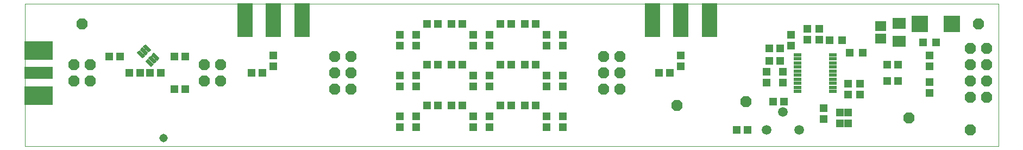
<source format=gbr>
G75*
%MOIN*%
%OFA0B0*%
%FSLAX24Y24*%
%IPPOS*%
%LPD*%
%AMOC8*
5,1,8,0,0,1.08239X$1,22.5*
%
%ADD10C,0.0000*%
%ADD11R,0.0474X0.0237*%
%ADD12OC8,0.0680*%
%ADD13R,0.0513X0.0474*%
%ADD14R,0.0474X0.0513*%
%ADD15C,0.0595*%
%ADD16R,0.0474X0.0474*%
%ADD17R,0.0493X0.0237*%
%ADD18C,0.0119*%
%ADD19R,0.1730X0.0780*%
%ADD20R,0.1730X0.1130*%
%ADD21R,0.0980X0.2080*%
%ADD22R,0.1025X0.1025*%
%ADD23R,0.0789X0.0710*%
%ADD24R,0.0671X0.0592*%
%ADD25C,0.0516*%
D10*
X003851Y002794D02*
X003851Y011539D01*
X063593Y011539D01*
X063593Y002794D01*
X003851Y002794D01*
X003851Y005094D02*
X003851Y009494D01*
X016901Y011544D02*
X021301Y011544D01*
X041901Y011544D02*
X046301Y011544D01*
D11*
X051268Y008420D03*
X051268Y008170D03*
X051268Y007920D03*
X051268Y007670D03*
X051268Y007420D03*
X051268Y007169D03*
X051268Y006919D03*
X051268Y006669D03*
X051268Y006419D03*
X051268Y006169D03*
X053433Y006169D03*
X053433Y006419D03*
X053433Y006669D03*
X053433Y006919D03*
X053433Y007169D03*
X053433Y007420D03*
X053433Y007670D03*
X053433Y007920D03*
X053433Y008170D03*
X053433Y008420D03*
D12*
X061851Y008794D03*
X062851Y008794D03*
X062851Y007794D03*
X061851Y007794D03*
X061851Y006794D03*
X062851Y006794D03*
X062851Y005794D03*
X061851Y005794D03*
X058101Y004544D03*
X061851Y003794D03*
X048101Y005544D03*
X043851Y005294D03*
X040351Y006294D03*
X039351Y006294D03*
X039351Y007294D03*
X040351Y007294D03*
X040351Y008294D03*
X039351Y008294D03*
X023851Y008294D03*
X022851Y008294D03*
X022851Y007294D03*
X023851Y007294D03*
X023851Y006294D03*
X022851Y006294D03*
X015851Y006794D03*
X014851Y006794D03*
X014851Y007794D03*
X015851Y007794D03*
X007851Y007794D03*
X006851Y007794D03*
X006851Y006794D03*
X007851Y006794D03*
X007351Y010294D03*
X062351Y010294D03*
D13*
X057435Y007794D03*
X056766Y007794D03*
X056766Y006794D03*
X057435Y006794D03*
X050435Y005544D03*
X049766Y005544D03*
X053851Y004879D03*
X053851Y004210D03*
X043435Y007294D03*
X042766Y007294D03*
X049516Y008044D03*
X050185Y008044D03*
X035185Y007794D03*
X034516Y007794D03*
X033685Y007794D03*
X033016Y007794D03*
X030685Y007794D03*
X030016Y007794D03*
X029185Y007794D03*
X028516Y007794D03*
X028516Y005294D03*
X029185Y005294D03*
X030016Y005294D03*
X030685Y005294D03*
X033016Y005294D03*
X033685Y005294D03*
X034516Y005294D03*
X035185Y005294D03*
X018435Y007294D03*
X017766Y007294D03*
X013685Y008294D03*
X013016Y008294D03*
X009685Y008294D03*
X009016Y008294D03*
X010266Y007294D03*
X010935Y007294D03*
X011516Y007294D03*
X012185Y007294D03*
X013016Y006294D03*
X013685Y006294D03*
X028516Y010294D03*
X029185Y010294D03*
X030016Y010294D03*
X030685Y010294D03*
X033016Y010294D03*
X033685Y010294D03*
X034516Y010294D03*
X035185Y010294D03*
D14*
X035851Y009629D03*
X036851Y009629D03*
X036851Y008960D03*
X035851Y008960D03*
X032351Y008960D03*
X031351Y008960D03*
X031351Y009629D03*
X032351Y009629D03*
X027851Y009629D03*
X026851Y009629D03*
X026851Y008960D03*
X027851Y008960D03*
X027851Y007129D03*
X026851Y007129D03*
X026851Y006460D03*
X027851Y006460D03*
X031351Y006460D03*
X032351Y006460D03*
X032351Y007129D03*
X031351Y007129D03*
X035851Y007129D03*
X036851Y007129D03*
X036851Y006460D03*
X035851Y006460D03*
X035851Y004629D03*
X036851Y004629D03*
X036851Y003960D03*
X035851Y003960D03*
X032351Y003960D03*
X031351Y003960D03*
X031351Y004629D03*
X032351Y004629D03*
X027851Y004629D03*
X026851Y004629D03*
X026851Y003960D03*
X027851Y003960D03*
X019101Y007710D03*
X019101Y008379D03*
X044101Y008379D03*
X044101Y007710D03*
X049351Y007379D03*
X050351Y007379D03*
X050351Y006710D03*
X049351Y006710D03*
X054351Y006629D03*
X055101Y006629D03*
X055101Y005960D03*
X054351Y005960D03*
X052851Y005129D03*
X054351Y004879D03*
X052851Y004460D03*
X054351Y004210D03*
X048185Y003794D03*
X047516Y003794D03*
X059351Y006085D03*
X059351Y006754D03*
X059351Y007710D03*
X059351Y008379D03*
X052601Y009335D03*
X051851Y009335D03*
X050851Y009629D03*
X051851Y010004D03*
X052601Y010004D03*
X050851Y008960D03*
X050185Y008794D03*
X049516Y008794D03*
D15*
X050351Y004919D03*
X051351Y003797D03*
X049351Y003797D03*
D16*
X054457Y008544D03*
X055244Y008544D03*
X053994Y009294D03*
X053207Y009294D03*
X058957Y009169D03*
X059744Y009169D03*
D17*
G36*
X011399Y008189D02*
X011746Y007842D01*
X011579Y007675D01*
X011232Y008022D01*
X011399Y008189D01*
G37*
D18*
X011580Y008286D02*
X011843Y008023D01*
X011760Y007940D01*
X011497Y008203D01*
X011580Y008286D01*
X011642Y008058D02*
X011808Y008058D01*
X011690Y008176D02*
X011524Y008176D01*
X011761Y008467D02*
X012024Y008204D01*
X011941Y008121D01*
X011678Y008384D01*
X011761Y008467D01*
X011823Y008239D02*
X011989Y008239D01*
X011871Y008357D02*
X011705Y008357D01*
X011147Y008357D02*
X010884Y008620D01*
X011147Y008357D02*
X011064Y008274D01*
X010801Y008537D01*
X010884Y008620D01*
X010946Y008392D02*
X011112Y008392D01*
X010994Y008510D02*
X010828Y008510D01*
X011065Y008801D02*
X011328Y008538D01*
X011245Y008455D01*
X010982Y008718D01*
X011065Y008801D01*
X011127Y008573D02*
X011293Y008573D01*
X011175Y008691D02*
X011009Y008691D01*
X011246Y008982D02*
X011509Y008719D01*
X011426Y008636D01*
X011163Y008899D01*
X011246Y008982D01*
X011308Y008754D02*
X011474Y008754D01*
X011356Y008872D02*
X011190Y008872D01*
D19*
X004683Y007294D03*
D20*
X004683Y005919D03*
X004683Y008670D03*
D21*
X017361Y010534D03*
X019101Y010534D03*
X020841Y010534D03*
X042361Y010534D03*
X044101Y010534D03*
X045841Y010534D03*
D22*
X058741Y010294D03*
X060710Y010294D03*
D23*
X057476Y010346D03*
X057476Y009243D03*
D24*
X056351Y009420D03*
X056351Y010168D03*
D25*
X012351Y003294D03*
M02*

</source>
